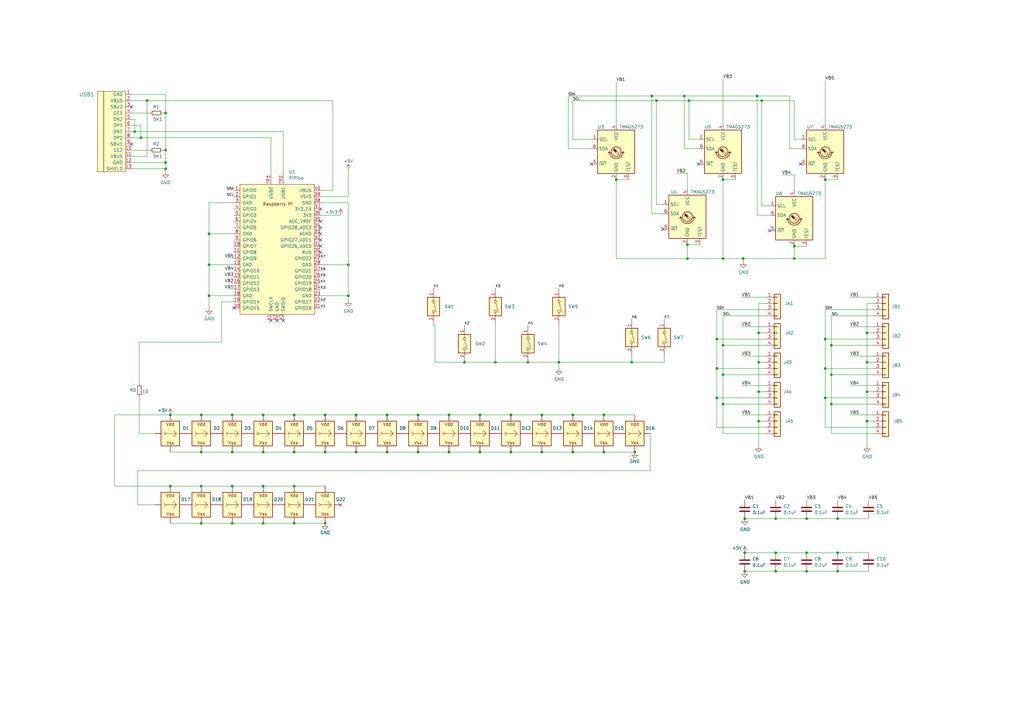
<source format=kicad_sch>
(kicad_sch (version 20231120) (generator "eeschema") (generator_version "8.0")
  (paper "A3")
  (lib_symbols
    (symbol "Connector_Generic:Conn_01x04" (pin_names (offset 1.016) hide)
      (property "Reference" "J" (at 0 5.08 0))
      (property "Value" "Conn_01x04" (at 0 -7.62 0))
      (symbol "Conn_01x04_1_1"
        (rectangle (start -1.27 -4.953) (end 0 -5.207) (stroke (width 0.1524)))
        (rectangle (start -1.27 -2.413) (end 0 -2.667) (stroke (width 0.1524)))
        (rectangle (start -1.27 0.127) (end 0 -0.127) (stroke (width 0.1524)))
        (rectangle (start -1.27 2.667) (end 0 2.413) (stroke (width 0.1524)))
        (rectangle (start -1.27 3.81) (end 1.27 -6.35) (stroke (width 0.254)) (fill (type background)))
        (pin passive line (at -5.08 2.54 0) (length 3.81) (name "Pin_1") (number "1"))
        (pin passive line (at -5.08 0 0) (length 3.81) (name "Pin_2") (number "2"))
        (pin passive line (at -5.08 -2.54 0) (length 3.81) (name "Pin_3") (number "3"))
        (pin passive line (at -5.08 -5.08 0) (length 3.81) (name "Pin_4") (number "4"))
      )
    )
    (symbol "Device:C" (pin_numbers hide) (pin_names (offset 0.254))
      (property "Reference" "C" (at 0.635 2.54 0))
      (property "Value" "C" (at 0.635 -2.54 0))
      (symbol "C_0_1"
        (polyline (pts (xy -2.032 -0.762) (xy 2.032 -0.762)) (stroke (width 0.508)))
        (polyline (pts (xy -2.032 0.762) (xy 2.032 0.762)) (stroke (width 0.508)))
      )
      (symbol "C_1_1"
        (pin passive line (at 0 3.81 270) (length 2.794) (name "~") (number "1"))
        (pin passive line (at 0 -3.81 90) (length 2.794) (name "~") (number "2"))
      )
    )
    (symbol "Device:R_Small" (pin_numbers hide) (pin_names (offset 0.254) hide)
      (property "Reference" "R" (at 0.762 0.508 0))
      (property "Value" "R_Small" (at 0.762 -1.016 0))
      (symbol "R_Small_0_1"
        (rectangle (start -0.762 1.778) (end 0.762 -1.778) (stroke (width 0.2032)))
      )
      (symbol "R_Small_1_1"
        (pin passive line (at 0 2.54 270) (length 0.762) (name "~") (number "1"))
        (pin passive line (at 0 -2.54 90) (length 0.762) (name "~") (number "2"))
      )
    )
    (symbol "Switch:SW_DIP_x01" (pin_names (offset 0) hide)
      (property "Reference" "SW" (at 0 3.81 0))
      (property "Value" "SW_DIP_x01" (at 0 -3.81 0))
      (symbol "SW_DIP_x01_0_0"
        (circle (center -2.032 0) (radius 0.508))
        (polyline (pts (xy -1.524 0.127) (xy 2.3622 1.1684)))
        (circle (center 2.032 0) (radius 0.508))
      )
      (symbol "SW_DIP_x01_0_1"
        (rectangle (start -3.81 2.54) (end 3.81 -2.54) (stroke (width 0.254)) (fill (type background)))
      )
      (symbol "SW_DIP_x01_1_1"
        (pin passive line (at -7.62 0 0) (length 5.08) (name "~") (number "1"))
        (pin passive line (at 7.62 0 180) (length 5.08) (name "~") (number "2"))
      )
    )
    (symbol "Type-C:HRO-TYPE-C-31-M-12" (pin_names (offset 1.016))
      (property "Reference" "USB" (at -5.08 16.51 0))
      (property "Value" "HRO-TYPE-C-31-M-12" (at -10.16 -1.27 90))
      (symbol "HRO-TYPE-C-31-M-12_0_1"
        (rectangle (start -11.43 15.24) (end -8.89 -17.78) (fill (type background)))
        (rectangle (start 0 -17.78) (end -8.89 15.24) (fill (type background)))
      )
      (symbol "HRO-TYPE-C-31-M-12_1_1"
        (pin input line (at 2.54 13.97 180) (length 2.54) (name "GND") (number "1"))
        (pin input line (at 2.54 -8.89 180) (length 2.54) (name "CC2") (number "10"))
        (pin input line (at 2.54 -11.43 180) (length 2.54) (name "VBUS") (number "11"))
        (pin input line (at 2.54 -13.97 180) (length 2.54) (name "GND") (number "12"))
        (pin input line (at 2.54 -16.51 180) (length 2.54) (name "SHIELD") (number "13"))
        (pin input line (at 2.54 11.43 180) (length 2.54) (name "VBUS") (number "2"))
        (pin input line (at 2.54 8.89 180) (length 2.54) (name "SBU2") (number "3"))
        (pin input line (at 2.54 6.35 180) (length 2.54) (name "CC1") (number "4"))
        (pin input line (at 2.54 3.81 180) (length 2.54) (name "DN2") (number "5"))
        (pin input line (at 2.54 1.27 180) (length 2.54) (name "DP1") (number "6"))
        (pin input line (at 2.54 -1.27 180) (length 2.54) (name "DN1") (number "7"))
        (pin input line (at 2.54 -3.81 180) (length 2.54) (name "DP2") (number "8"))
        (pin input line (at 2.54 -6.35 180) (length 2.54) (name "SBU1") (number "9"))
      )
    )
    (symbol "musec_pico:PiPico" (pin_names (offset 1.016))
      (property "Reference" "U" (at -13.97 27.94 0))
      (property "Value" "PiPico" (at 0.254 16.002 0))
      (symbol "PiPico_0_0"
        (text "Raspberry Pi" (at 0.254 18.542 0) (effects (font (size 1.27 1.27))))
      )
      (symbol "PiPico_0_1"
        (rectangle (start -15.24 26.67) (end 15.24 -26.67) (fill (type background)))
      )
      (symbol "PiPico_1_1"
        (pin bidirectional line (at -17.78 24.13 0) (length 2.54) (name "GPIO0") (number "1"))
        (pin bidirectional line (at -17.78 1.27 0) (length 2.54) (name "GPIO7") (number "10"))
        (pin bidirectional line (at -17.78 -1.27 0) (length 2.54) (name "GPIO8") (number "11"))
        (pin bidirectional line (at -17.78 -3.81 0) (length 2.54) (name "GPIO9") (number "12"))
        (pin power_in line (at -17.78 -6.35 0) (length 2.54) (name "GND") (number "13"))
        (pin bidirectional line (at -17.78 -8.89 0) (length 2.54) (name "GPIO10") (number "14"))
        (pin bidirectional line (at -17.78 -11.43 0) (length 2.54) (name "GPIO11") (number "15"))
        (pin bidirectional line (at -17.78 -13.97 0) (length 2.54) (name "GPIO12") (number "16"))
        (pin bidirectional line (at -17.78 -16.51 0) (length 2.54) (name "GPIO13") (number "17"))
        (pin power_in line (at -17.78 -19.05 0) (length 2.54) (name "GND") (number "18"))
        (pin bidirectional line (at -17.78 -21.59 0) (length 2.54) (name "GPIO14") (number "19"))
        (pin bidirectional line (at -17.78 21.59 0) (length 2.54) (name "GPIO1") (number "2"))
        (pin bidirectional line (at -17.78 -24.13 0) (length 2.54) (name "GPIO15") (number "20"))
        (pin bidirectional line (at 17.78 -24.13 180) (length 2.54) (name "GPIO16") (number "21"))
        (pin bidirectional line (at 17.78 -21.59 180) (length 2.54) (name "GPIO17") (number "22"))
        (pin power_in line (at 17.78 -19.05 180) (length 2.54) (name "GND") (number "23"))
        (pin bidirectional line (at 17.78 -16.51 180) (length 2.54) (name "GPIO18") (number "24"))
        (pin bidirectional line (at 17.78 -13.97 180) (length 2.54) (name "GPIO19") (number "25"))
        (pin bidirectional line (at 17.78 -11.43 180) (length 2.54) (name "GPIO20") (number "26"))
        (pin bidirectional line (at 17.78 -8.89 180) (length 2.54) (name "GPIO21") (number "27"))
        (pin power_in line (at 17.78 -6.35 180) (length 2.54) (name "GND") (number "28"))
        (pin bidirectional line (at 17.78 -3.81 180) (length 2.54) (name "GPIO22") (number "29"))
        (pin power_in line (at -17.78 19.05 0) (length 2.54) (name "GND") (number "3"))
        (pin input line (at 17.78 -1.27 180) (length 2.54) (name "RUN") (number "30"))
        (pin bidirectional line (at 17.78 1.27 180) (length 2.54) (name "GPIO26_ADC0") (number "31"))
        (pin bidirectional line (at 17.78 3.81 180) (length 2.54) (name "GPIO27_ADC1") (number "32"))
        (pin power_in line (at 17.78 6.35 180) (length 2.54) (name "AGND") (number "33"))
        (pin bidirectional line (at 17.78 8.89 180) (length 2.54) (name "GPIO28_ADC2") (number "34"))
        (pin unspecified line (at 17.78 11.43 180) (length 2.54) (name "ADC_VREF") (number "35"))
        (pin unspecified line (at 17.78 13.97 180) (length 2.54) (name "3V3") (number "36"))
        (pin input line (at 17.78 16.51 180) (length 2.54) (name "3V3_EN") (number "37"))
        (pin bidirectional line (at 17.78 19.05 180) (length 2.54) (name "GND") (number "38"))
        (pin unspecified line (at 17.78 21.59 180) (length 2.54) (name "VSYS") (number "39"))
        (pin bidirectional line (at -17.78 16.51 0) (length 2.54) (name "GPIO2") (number "4"))
        (pin unspecified line (at 17.78 24.13 180) (length 2.54) (name "VBUS") (number "40"))
        (pin input line (at -2.54 -29.21 90) (length 2.54) (name "SWCLK") (number "41"))
        (pin power_in line (at 0 -29.21 90) (length 2.54) (name "GND") (number "42"))
        (pin bidirectional line (at 2.54 -29.21 90) (length 2.54) (name "SWDIO") (number "43"))
        (pin bidirectional line (at -17.78 13.97 0) (length 2.54) (name "GPIO3") (number "5"))
        (pin bidirectional line (at -17.78 11.43 0) (length 2.54) (name "GPIO4") (number "6"))
        (pin bidirectional line (at -17.78 8.89 0) (length 2.54) (name "GPIO5") (number "7"))
        (pin power_in line (at -17.78 6.35 0) (length 2.54) (name "GND") (number "8"))
        (pin bidirectional line (at -17.78 3.81 0) (length 2.54) (name "GPIO6") (number "9"))
        (pin bidirectional line (at 2.54 30.48 270) (length 3.81) (name "USB1") (number "TP2"))
        (pin bidirectional line (at -2.54 30.48 270) (length 3.81) (name "USB2") (number "TP3"))
      )
    )
    (symbol "musec_pico:TMAG5273"
      (property "Reference" "U" (at 8.128 11.43 0))
      (property "Value" "TMAG5273" (at -2.54 11.43 0))
      (symbol "TMAG5273_0_1"
        (rectangle (start -7.62 8.89) (end 7.62 -8.89) (stroke (width 0.254)) (fill (type background)))
        (arc (start -2.794 0) (mid 0 -2.7819) (end 2.794 0) (stroke (width 0.254)))
        (polyline (pts (xy -2.794 0) (xy -3.302 -0.508)) (stroke (width 0.254)))
        (polyline (pts (xy -2.794 0) (xy -2.286 -0.508)) (stroke (width 0.254)))
        (polyline (pts (xy 2.794 0) (xy 2.286 -0.508)) (stroke (width 0.254)))
        (polyline (pts (xy 2.794 0) (xy 3.302 -0.508)) (stroke (width 0.254)))
      )
      (symbol "TMAG5273_1_1"
        (polyline (pts (xy 0.254 0.254) (xy 1.27 -0.762) (xy 0.762 -1.27) (xy -0.254 -0.254)))
        (polyline (pts (xy -0.762 1.27) (xy 0.254 0.254) (xy -0.254 -0.254) (xy -1.27 0.762) (xy -1.016 1.016) (xy -0.762 1.27) (xy -0.635 1.143)) (fill (type outline)))
        (circle (center 0 0) (radius 2.032) (stroke (width 0.254)))
        (pin tri_state line (at -10.16 5.08 0) (length 2.54) (name "SCL") (number "1"))
        (pin power_in line (at 0 -11.43 90) (length 2.54) (name "GND") (number "2"))
        (pin passive line (at 5.08 -11.43 90) (length 2.54) (name "TEST") (number "3"))
        (pin power_in line (at 0 11.43 270) (length 2.54) (name "VCC") (number "4"))
        (pin tri_state line (at -10.16 -5.08 0) (length 2.54) (name "~{INT}") (number "5"))
        (pin tri_state line (at -10.16 1.27 0) (length 2.54) (name "SDA") (number "6"))
      )
    )
    (symbol "musec_pico:WS2812B_Unified" (pin_numbers hide) (pin_names (offset 0.254) hide)
      (property "Reference" "D10" (at 2.54 6.35 0))
      (symbol "WS2812B_Unified_0_0"
        (polyline (pts (xy -1.905 0) (xy 2.54 0) (xy 1.27 1.27)))
        (text "Vdd" (at 0 3.81 0) (effects (font (size 1.27 1.27))))
        (text "Vss" (at 0 -3.81 0) (effects (font (size 1.27 1.27))))
      )
      (symbol "WS2812B_Unified_0_1"
        (rectangle (start -3.81 5.08) (end 3.81 -5.08) (stroke (width 0.254)) (fill (type background)))
        (polyline (pts (xy 1.27 -1.27) (xy 2.54 0)))
        (polyline (pts (xy -2.54 0.635) (xy -1.905 0) (xy -2.54 -0.635)))
      )
      (symbol "WS2812B_Unified_1_1"
        (pin power_in line (at 0 -7.62 90) (length 2.54) (name "VSS") (number "G"))
        (pin input line (at -6.35 0 0) (length 2.54) (name "In") (number "I"))
        (pin output line (at 6.35 0 180) (length 2.54) (name "Out") (number "O"))
        (pin power_in line (at 0 7.62 270) (length 2.54) (name "VDD") (number "V"))
      )
    )
    (symbol "power:+3V3" (power) (pin_names (offset 0))
      (property "Value" "+3V3" (at 0 3.556 0))
      (symbol "+3V3_0_1"
        (polyline (pts (xy -0.762 1.27) (xy 0 2.54)))
        (polyline (pts (xy 0 0) (xy 0 2.54)))
        (polyline (pts (xy 0 2.54) (xy 0.762 1.27)))
      )
      (symbol "+3V3_1_1"
        (pin power_in line (at 0 0 90) (length 0) hide (name "+3V3") (number "1"))
      )
    )
    (symbol "power:+5V" (power) (pin_names (offset 0))
      (property "Value" "+5V" (at 0 3.556 0))
      (symbol "+5V_0_1"
        (polyline (pts (xy -0.762 1.27) (xy 0 2.54)))
        (polyline (pts (xy 0 0) (xy 0 2.54)))
        (polyline (pts (xy 0 2.54) (xy 0.762 1.27)))
      )
      (symbol "+5V_1_1"
        (pin power_in line (at 0 0 90) (length 0) hide (name "+5V") (number "1"))
      )
    )
    (symbol "power:GND" (power) (pin_names (offset 0))
      (property "Value" "GND" (at 0 -3.81 0))
      (symbol "GND_0_1"
        (polyline (pts (xy 0 0) (xy 0 -1.27) (xy 1.27 -1.27) (xy 0 -2.54) (xy -1.27 -1.27) (xy 0 -1.27)))
      )
      (symbol "GND_1_1"
        (pin power_in line (at 0 0 270) (length 0) hide (name "GND") (number "1"))
      )
    )
  )
  (junction (at 343.535 234.315))
  (junction (at 318.135 234.315))
  (junction (at 120.65 185.42))
  (junction (at 338.455 73.66))
  (junction (at 355.6 136.525))
  (junction (at 158.75 170.18))
  (junction (at 57.785 56.515))
  (junction (at 107.95 185.42))
  (junction (at 304.8 106.045))
  (junction (at 85.725 108.585))
  (junction (at 247.65 170.18))
  (junction (at 305.435 226.695))
  (junction (at 269.24 41.275))
  (junction (at 260.35 185.42))
  (junction (at 296.545 141.605))
  (junction (at 107.95 199.39))
  (junction (at 296.545 153.67))
  (junction (at 196.85 185.42))
  (junction (at 330.835 226.695))
  (junction (at 171.45 170.18))
  (junction (at 95.25 214.63))
  (junction (at 85.725 121.285))
  (junction (at 82.55 199.39))
  (junction (at 146.05 170.18))
  (junction (at 133.35 185.42))
  (junction (at 69.85 199.39))
  (junction (at 311.15 148.59))
  (junction (at 311.15 172.72))
  (junction (at 120.65 170.18))
  (junction (at 146.05 185.42))
  (junction (at 338.455 139.065))
  (junction (at 355.6 172.72))
  (junction (at 318.135 212.725))
  (junction (at 282.575 41.275))
  (junction (at 355.6 148.59))
  (junction (at 196.85 170.18))
  (junction (at 234.95 185.42))
  (junction (at 311.15 136.525))
  (junction (at 340.995 165.735))
  (junction (at 252.73 73.66))
  (junction (at 60.325 41.275))
  (junction (at 107.95 214.63))
  (junction (at 95.25 185.42))
  (junction (at 305.435 212.725))
  (junction (at 312.42 41.275))
  (junction (at 120.65 199.39))
  (junction (at 259.08 148.59))
  (junction (at 85.725 95.885))
  (junction (at 67.945 66.675))
  (junction (at 95.25 199.39))
  (junction (at 229.235 148.59))
  (junction (at 294.005 163.195))
  (junction (at 190.5 148.59))
  (junction (at 338.455 163.195))
  (junction (at 343.535 226.695))
  (junction (at 311.15 160.655))
  (junction (at 133.35 170.18))
  (junction (at 67.945 69.215))
  (junction (at 305.435 234.315))
  (junction (at 296.545 106.045))
  (junction (at 247.65 185.42))
  (junction (at 338.455 151.13))
  (junction (at 343.535 212.725))
  (junction (at 184.15 185.42))
  (junction (at 267.335 39.37))
  (junction (at 171.45 185.42))
  (junction (at 280.67 39.37))
  (junction (at 281.94 100.33))
  (junction (at 325.755 100.965))
  (junction (at 67.945 61.595))
  (junction (at 330.835 234.315))
  (junction (at 318.135 226.695))
  (junction (at 67.945 46.355))
  (junction (at 294.005 151.13))
  (junction (at 310.515 39.37))
  (junction (at 340.995 153.67))
  (junction (at 82.55 214.63))
  (junction (at 82.55 170.18))
  (junction (at 133.35 214.63))
  (junction (at 234.95 170.18))
  (junction (at 222.25 185.42))
  (junction (at 209.55 170.18))
  (junction (at 107.95 170.18))
  (junction (at 296.545 73.66))
  (junction (at 340.995 141.605))
  (junction (at 325.755 106.045))
  (junction (at 209.55 185.42))
  (junction (at 95.25 170.18))
  (junction (at 222.25 170.18))
  (junction (at 69.85 170.18))
  (junction (at 142.875 108.585))
  (junction (at 355.6 160.655))
  (junction (at 296.545 165.735))
  (junction (at 82.55 185.42))
  (junction (at 158.75 185.42))
  (junction (at 294.005 139.065))
  (junction (at 55.245 53.975))
  (junction (at 120.65 214.63))
  (junction (at 216.535 148.59))
  (junction (at 330.835 212.725))
  (junction (at 142.875 121.285))
  (junction (at 203.2 148.59))
  (junction (at 281.94 106.045))
  (junction (at 184.15 170.18))
  (no_connect (at 113.665 131.445))
  (no_connect (at 53.975 43.815))
  (no_connect (at 53.975 59.055))
  (no_connect (at 131.445 103.505))
  (no_connect (at 131.445 85.725))
  (no_connect (at 111.125 131.445))
  (no_connect (at 131.445 93.345))
  (no_connect (at 95.885 126.365))
  (no_connect (at 286.385 67.31))
  (no_connect (at 271.78 93.98))
  (no_connect (at 242.57 67.31))
  (no_connect (at 131.445 95.885))
  (no_connect (at 328.295 67.31))
  (no_connect (at 131.445 98.425))
  (no_connect (at 131.445 100.965))
  (no_connect (at 116.205 131.445))
  (no_connect (at 315.595 94.615))
  (no_connect (at 139.7 207.01))
  (no_connect (at 131.445 90.805))
  (wire (pts (xy 90.805 123.825) (xy 90.805 140.335)))
  (wire (pts (xy 325.755 100.965) (xy 330.835 100.965)))
  (wire (pts (xy 67.945 38.735) (xy 67.945 46.355)))
  (wire (pts (xy 267.335 39.37) (xy 267.335 87.63)))
  (wire (pts (xy 325.755 100.965) (xy 325.755 106.045)))
  (wire (pts (xy 304.165 146.05) (xy 313.69 146.05)))
  (wire (pts (xy 330.835 226.695) (xy 343.535 226.695)))
  (wire (pts (xy 131.445 88.265) (xy 139.7 88.265)))
  (wire (pts (xy 85.725 83.185) (xy 85.725 95.885)))
  (wire (pts (xy 338.455 163.195) (xy 358.14 163.195)))
  (wire (pts (xy 348.615 121.92) (xy 358.14 121.92)))
  (wire (pts (xy 190.5 148.59) (xy 203.2 148.59)))
  (wire (pts (xy 171.45 185.42) (xy 184.15 185.42)))
  (wire (pts (xy 355.6 172.72) (xy 358.14 172.72)))
  (wire (pts (xy 355.6 160.655) (xy 355.6 172.72)))
  (wire (pts (xy 95.25 199.39) (xy 107.95 199.39)))
  (wire (pts (xy 355.6 136.525) (xy 355.6 148.59)))
  (wire (pts (xy 222.25 185.42) (xy 234.95 185.42)))
  (wire (pts (xy 120.65 214.63) (xy 133.35 214.63)))
  (wire (pts (xy 131.445 121.285) (xy 142.875 121.285)))
  (wire (pts (xy 272.415 148.59) (xy 272.415 146.05)))
  (wire (pts (xy 53.975 53.975) (xy 55.245 53.975)))
  (wire (pts (xy 311.15 160.655) (xy 311.15 172.72)))
  (wire (pts (xy 247.65 170.18) (xy 260.35 170.18)))
  (wire (pts (xy 60.325 64.135) (xy 60.325 41.275)))
  (wire (pts (xy 46.99 199.39) (xy 69.85 199.39)))
  (wire (pts (xy 133.35 170.18) (xy 146.05 170.18)))
  (wire (pts (xy 142.875 83.185) (xy 142.875 108.585)))
  (wire (pts (xy 296.545 153.67) (xy 296.545 165.735)))
  (wire (pts (xy 85.725 95.885) (xy 95.885 95.885)))
  (wire (pts (xy 311.15 148.59) (xy 313.69 148.59)))
  (wire (pts (xy 259.08 146.05) (xy 259.08 148.59)))
  (wire (pts (xy 305.435 234.315) (xy 318.135 234.315)))
  (wire (pts (xy 296.545 165.735) (xy 296.545 177.8)))
  (wire (pts (xy 95.25 185.42) (xy 107.95 185.42)))
  (wire (pts (xy 281.94 106.045) (xy 296.545 106.045)))
  (wire (pts (xy 196.85 185.42) (xy 209.55 185.42)))
  (wire (pts (xy 242.57 57.15) (xy 234.95 57.15)))
  (wire (pts (xy 259.08 148.59) (xy 272.415 148.59)))
  (wire (pts (xy 294.005 151.13) (xy 294.005 163.195)))
  (wire (pts (xy 131.445 78.105) (xy 136.525 78.105)))
  (wire (pts (xy 348.615 146.05) (xy 358.14 146.05)))
  (wire (pts (xy 234.95 170.18) (xy 247.65 170.18)))
  (wire (pts (xy 56.515 193.04) (xy 56.515 207.01)))
  (wire (pts (xy 338.455 127) (xy 338.455 139.065)))
  (wire (pts (xy 323.85 60.96) (xy 328.295 60.96)))
  (wire (pts (xy 111.125 56.515) (xy 57.785 56.515)))
  (wire (pts (xy 338.455 151.13) (xy 338.455 163.195)))
  (wire (pts (xy 294.005 151.13) (xy 313.69 151.13)))
  (wire (pts (xy 85.725 121.285) (xy 95.885 121.285)))
  (wire (pts (xy 348.615 133.985) (xy 358.14 133.985)))
  (wire (pts (xy 325.755 78.105) (xy 325.755 71.755)))
  (wire (pts (xy 313.69 127) (xy 294.005 127)))
  (wire (pts (xy 358.14 129.54) (xy 340.995 129.54)))
  (wire (pts (xy 234.95 185.42) (xy 247.65 185.42)))
  (wire (pts (xy 277.495 71.12) (xy 281.94 71.12)))
  (wire (pts (xy 294.005 163.195) (xy 294.005 175.26)))
  (wire (pts (xy 338.455 175.26) (xy 358.14 175.26)))
  (wire (pts (xy 85.725 95.885) (xy 85.725 108.585)))
  (wire (pts (xy 304.8 106.045) (xy 325.755 106.045)))
  (wire (pts (xy 142.875 121.285) (xy 142.875 123.19)))
  (wire (pts (xy 340.995 165.735) (xy 340.995 177.8)))
  (wire (pts (xy 133.35 185.42) (xy 146.05 185.42)))
  (wire (pts (xy 311.15 124.46) (xy 311.15 136.525)))
  (wire (pts (xy 120.65 170.18) (xy 133.35 170.18)))
  (wire (pts (xy 233.045 39.37) (xy 267.335 39.37)))
  (wire (pts (xy 340.995 129.54) (xy 340.995 141.605)))
  (wire (pts (xy 296.545 177.8) (xy 313.69 177.8)))
  (wire (pts (xy 252.73 73.66) (xy 257.81 73.66)))
  (wire (pts (xy 116.205 71.755) (xy 116.205 53.975)))
  (wire (pts (xy 229.235 151.13) (xy 229.235 148.59)))
  (wire (pts (xy 343.535 234.315) (xy 356.235 234.315)))
  (wire (pts (xy 233.045 60.96) (xy 233.045 39.37)))
  (wire (pts (xy 55.245 48.895) (xy 55.245 53.975)))
  (wire (pts (xy 269.24 41.275) (xy 282.575 41.275)))
  (wire (pts (xy 280.67 60.96) (xy 280.67 39.37)))
  (wire (pts (xy 310.515 39.37) (xy 323.85 39.37)))
  (wire (pts (xy 116.205 53.975) (xy 55.245 53.975)))
  (wire (pts (xy 282.575 57.15) (xy 286.385 57.15)))
  (wire (pts (xy 313.69 129.54) (xy 296.545 129.54)))
  (wire (pts (xy 330.835 212.725) (xy 343.535 212.725)))
  (wire (pts (xy 69.85 214.63) (xy 82.55 214.63)))
  (wire (pts (xy 355.6 172.72) (xy 355.6 182.88)))
  (wire (pts (xy 46.99 170.18) (xy 69.85 170.18)))
  (wire (pts (xy 252.73 73.66) (xy 252.73 106.045)))
  (wire (pts (xy 203.2 133.35) (xy 203.2 148.59)))
  (wire (pts (xy 343.535 226.695) (xy 356.235 226.695)))
  (wire (pts (xy 209.55 170.18) (xy 222.25 170.18)))
  (wire (pts (xy 294.005 175.26) (xy 313.69 175.26)))
  (wire (pts (xy 46.99 170.18) (xy 46.99 199.39)))
  (wire (pts (xy 318.135 226.695) (xy 330.835 226.695)))
  (wire (pts (xy 358.14 127) (xy 338.455 127)))
  (wire (pts (xy 296.545 106.045) (xy 304.8 106.045)))
  (wire (pts (xy 320.675 71.755) (xy 325.755 71.755)))
  (wire (pts (xy 53.975 66.675) (xy 67.945 66.675)))
  (wire (pts (xy 57.785 51.435) (xy 57.785 56.515)))
  (wire (pts (xy 229.235 148.59) (xy 259.08 148.59)))
  (wire (pts (xy 281.94 100.33) (xy 287.02 100.33)))
  (wire (pts (xy 340.995 153.67) (xy 358.14 153.67)))
  (wire (pts (xy 338.455 139.065) (xy 338.455 151.13)))
  (wire (pts (xy 177.8 133.35) (xy 178.435 133.35)))
  (wire (pts (xy 267.335 39.37) (xy 280.67 39.37)))
  (wire (pts (xy 340.995 141.605) (xy 340.995 153.67)))
  (wire (pts (xy 355.6 124.46) (xy 355.6 136.525)))
  (wire (pts (xy 111.125 71.755) (xy 111.125 56.515)))
  (wire (pts (xy 305.435 226.695) (xy 318.135 226.695)))
  (wire (pts (xy 311.15 160.655) (xy 313.69 160.655)))
  (wire (pts (xy 229.235 133.35) (xy 229.235 148.59)))
  (wire (pts (xy 267.335 87.63) (xy 271.78 87.63)))
  (wire (pts (xy 82.55 170.18) (xy 95.25 170.18)))
  (wire (pts (xy 340.995 165.735) (xy 358.14 165.735)))
  (wire (pts (xy 355.6 148.59) (xy 358.14 148.59)))
  (wire (pts (xy 82.55 199.39) (xy 95.25 199.39)))
  (wire (pts (xy 120.65 185.42) (xy 133.35 185.42)))
  (wire (pts (xy 305.435 212.725) (xy 318.135 212.725)))
  (wire (pts (xy 171.45 170.18) (xy 184.15 170.18)))
  (wire (pts (xy 338.455 163.195) (xy 338.455 175.26)))
  (wire (pts (xy 53.975 64.135) (xy 60.325 64.135)))
  (wire (pts (xy 355.6 136.525) (xy 358.14 136.525)))
  (wire (pts (xy 311.15 148.59) (xy 311.15 160.655)))
  (wire (pts (xy 266.7 193.04) (xy 56.515 193.04)))
  (wire (pts (xy 60.325 41.275) (xy 136.525 41.275)))
  (wire (pts (xy 304.8 106.045) (xy 304.8 107.315)))
  (wire (pts (xy 313.69 124.46) (xy 311.15 124.46)))
  (wire (pts (xy 53.975 56.515) (xy 57.785 56.515)))
  (wire (pts (xy 95.25 170.18) (xy 107.95 170.18)))
  (wire (pts (xy 296.545 141.605) (xy 296.545 153.67)))
  (wire (pts (xy 338.455 106.045) (xy 338.455 73.66)))
  (wire (pts (xy 53.975 61.595) (xy 61.595 61.595)))
  (wire (pts (xy 348.615 158.115) (xy 358.14 158.115)))
  (wire (pts (xy 296.545 73.66) (xy 301.625 73.66)))
  (wire (pts (xy 107.95 214.63) (xy 120.65 214.63)))
  (wire (pts (xy 107.95 185.42) (xy 120.65 185.42)))
  (wire (pts (xy 311.15 172.72) (xy 313.69 172.72)))
  (wire (pts (xy 252.73 33.655) (xy 252.73 50.8)))
  (wire (pts (xy 85.725 108.585) (xy 85.725 121.285)))
  (wire (pts (xy 57.15 140.335) (xy 57.15 157.48)))
  (wire (pts (xy 318.135 212.725) (xy 330.835 212.725)))
  (wire (pts (xy 53.975 46.355) (xy 61.595 46.355)))
  (wire (pts (xy 120.65 199.39) (xy 133.35 199.39)))
  (wire (pts (xy 296.545 153.67) (xy 313.69 153.67)))
  (wire (pts (xy 107.95 170.18) (xy 120.65 170.18)))
  (wire (pts (xy 57.15 162.56) (xy 57.15 177.8)))
  (wire (pts (xy 67.945 69.215) (xy 67.945 70.485)))
  (wire (pts (xy 247.65 185.42) (xy 260.35 185.42)))
  (wire (pts (xy 67.945 61.595) (xy 66.675 61.595)))
  (wire (pts (xy 304.165 158.115) (xy 313.69 158.115)))
  (wire (pts (xy 294.005 139.065) (xy 294.005 151.13)))
  (wire (pts (xy 53.975 38.735) (xy 67.945 38.735)))
  (wire (pts (xy 53.975 41.275) (xy 60.325 41.275)))
  (wire (pts (xy 82.55 214.63) (xy 95.25 214.63)))
  (wire (pts (xy 311.15 172.72) (xy 311.15 182.88)))
  (wire (pts (xy 311.15 136.525) (xy 311.15 148.59)))
  (wire (pts (xy 131.445 83.185) (xy 142.875 83.185)))
  (wire (pts (xy 242.57 60.96) (xy 233.045 60.96)))
  (wire (pts (xy 184.15 185.42) (xy 196.85 185.42)))
  (wire (pts (xy 315.595 84.455) (xy 312.42 84.455)))
  (wire (pts (xy 358.14 124.46) (xy 355.6 124.46)))
  (wire (pts (xy 304.165 121.92) (xy 313.69 121.92)))
  (wire (pts (xy 158.75 170.18) (xy 171.45 170.18)))
  (wire (pts (xy 325.755 41.275) (xy 325.755 57.15)))
  (wire (pts (xy 95.885 83.185) (xy 85.725 83.185)))
  (wire (pts (xy 338.455 73.66) (xy 343.535 73.66)))
  (wire (pts (xy 296.545 141.605) (xy 313.69 141.605)))
  (wire (pts (xy 142.875 108.585) (xy 142.875 121.285)))
  (wire (pts (xy 312.42 41.275) (xy 325.755 41.275)))
  (wire (pts (xy 338.455 139.065) (xy 358.14 139.065)))
  (wire (pts (xy 338.455 151.13) (xy 358.14 151.13)))
  (wire (pts (xy 340.995 177.8) (xy 358.14 177.8)))
  (wire (pts (xy 311.15 136.525) (xy 313.69 136.525)))
  (wire (pts (xy 280.67 39.37) (xy 310.515 39.37)))
  (wire (pts (xy 142.875 80.645) (xy 142.875 69.85)))
  (wire (pts (xy 146.05 185.42) (xy 158.75 185.42)))
  (wire (pts (xy 158.75 185.42) (xy 171.45 185.42)))
  (wire (pts (xy 281.94 100.33) (xy 281.94 106.045)))
  (wire (pts (xy 340.995 141.605) (xy 358.14 141.605)))
  (wire (pts (xy 216.535 148.59) (xy 229.235 148.59)))
  (wire (pts (xy 90.805 140.335) (xy 57.15 140.335)))
  (wire (pts (xy 131.445 108.585) (xy 142.875 108.585)))
  (wire (pts (xy 340.995 153.67) (xy 340.995 165.735)))
  (wire (pts (xy 310.515 88.265) (xy 310.515 39.37)))
  (wire (pts (xy 271.78 83.82) (xy 269.24 83.82)))
  (wire (pts (xy 67.945 46.355) (xy 67.945 61.595)))
  (wire (pts (xy 85.725 108.585) (xy 95.885 108.585)))
  (wire (pts (xy 318.135 234.315) (xy 330.835 234.315)))
  (wire (pts (xy 286.385 60.96) (xy 280.67 60.96)))
  (wire (pts (xy 281.94 77.47) (xy 281.94 71.12)))
  (wire (pts (xy 82.55 185.42) (xy 95.25 185.42)))
  (wire (pts (xy 196.85 170.18) (xy 209.55 170.18)))
  (wire (pts (xy 304.165 133.985) (xy 313.69 133.985)))
  (wire (pts (xy 67.945 66.675) (xy 67.945 69.215)))
  (wire (pts (xy 343.535 212.725) (xy 356.235 212.725)))
  (wire (pts (xy 266.7 177.8) (xy 266.7 193.04)))
  (wire (pts (xy 234.95 41.275) (xy 269.24 41.275)))
  (wire (pts (xy 178.435 133.35) (xy 178.435 148.59)))
  (wire (pts (xy 323.85 39.37) (xy 323.85 60.96)))
  (wire (pts (xy 330.835 234.315) (xy 343.535 234.315)))
  (wire (pts (xy 355.6 148.59) (xy 355.6 160.655)))
  (wire (pts (xy 95.885 123.825) (xy 90.805 123.825)))
  (wire (pts (xy 69.85 199.39) (xy 82.55 199.39)))
  (wire (pts (xy 209.55 185.42) (xy 222.25 185.42)))
  (wire (pts (xy 178.435 148.59) (xy 190.5 148.59)))
  (wire (pts (xy 296.545 73.66) (xy 296.545 106.045)))
  (wire (pts (xy 294.005 139.065) (xy 313.69 139.065)))
  (wire (pts (xy 146.05 170.18) (xy 158.75 170.18)))
  (wire (pts (xy 325.755 57.15) (xy 328.295 57.15)))
  (wire (pts (xy 184.15 170.18) (xy 196.85 170.18)))
  (wire (pts (xy 325.755 106.045) (xy 338.455 106.045)))
  (wire (pts (xy 296.545 165.735) (xy 313.69 165.735)))
  (wire (pts (xy 252.73 106.045) (xy 281.94 106.045)))
  (wire (pts (xy 53.975 69.215) (xy 67.945 69.215)))
  (wire (pts (xy 57.15 177.8) (xy 63.5 177.8)))
  (wire (pts (xy 348.615 170.18) (xy 358.14 170.18)))
  (wire (pts (xy 53.975 51.435) (xy 57.785 51.435)))
  (wire (pts (xy 67.945 61.595) (xy 67.945 66.675)))
  (wire (pts (xy 95.25 214.63) (xy 107.95 214.63)))
  (wire (pts (xy 296.545 32.385) (xy 296.545 50.8)))
  (wire (pts (xy 56.515 207.01) (xy 63.5 207.01)))
  (wire (pts (xy 294.005 163.195) (xy 313.69 163.195)))
  (wire (pts (xy 282.575 41.275) (xy 282.575 57.15)))
  (wire (pts (xy 222.25 170.18) (xy 234.95 170.18)))
  (wire (pts (xy 53.975 48.895) (xy 55.245 48.895)))
  (wire (pts (xy 296.545 129.54) (xy 296.545 141.605)))
  (wire (pts (xy 282.575 41.275) (xy 312.42 41.275)))
  (wire (pts (xy 315.595 88.265) (xy 310.515 88.265)))
  (wire (pts (xy 67.945 46.355) (xy 66.675 46.355)))
  (wire (pts (xy 69.85 185.42) (xy 82.55 185.42)))
  (wire (pts (xy 355.6 160.655) (xy 358.14 160.655)))
  (wire (pts (xy 269.24 83.82) (xy 269.24 41.275)))
  (wire (pts (xy 69.85 170.18) (xy 82.55 170.18)))
  (wire (pts (xy 312.42 41.275) (xy 312.42 84.455)))
  (wire (pts (xy 304.165 170.18) (xy 313.69 170.18)))
  (wire (pts (xy 294.005 127) (xy 294.005 139.065)))
  (wire (pts (xy 85.725 121.285) (xy 85.725 126.365)))
  (wire (pts (xy 338.455 33.02) (xy 338.455 50.8)))
  (wire (pts (xy 234.95 57.15) (xy 234.95 41.275)))
  (wire (pts (xy 131.445 80.645) (xy 142.875 80.645)))
  (wire (pts (xy 136.525 41.275) (xy 136.525 78.105)))
  (wire (pts (xy 107.95 199.39) (xy 120.65 199.39)))
  (wire (pts (xy 203.2 148.59) (xy 216.535 148.59)))
  (label "K7" (at 272.415 130.81 0) (effects (font (size 1 1))))
  (label "VB2" (at 95.885 116.205 180))
  (label "VB4" (at 95.885 111.125 180))
  (label "VB5" (at 304.165 170.18 0))
  (label "SCL" (at 234.95 41.275 0) (effects (font (size 1 1))))
  (label "K3" (at 203.2 118.11 0) (effects (font (size 1 1))))
  (label "VB5" (at 95.885 106.045 180))
  (label "VB4" (at 348.615 158.115 0))
  (label "K5" (at 229.235 118.11 0) (effects (font (size 1 1))))
  (label "VB3" (at 95.885 113.665 180))
  (label "VB2" (at 277.495 71.12 0))
  (label "VB2" (at 318.135 205.105 0))
  (label "SDA" (at 338.455 127 0) (effects (font (size 1 1))))
  (label "K1" (at 131.445 126.365 0) (effects (font (size 1 1))))
  (label "K5" (at 131.445 113.665 0) (effects (font (size 1 1))))
  (label "VB1" (at 252.73 33.655 0))
  (label "K4" (at 216.535 133.35 0) (effects (font (size 1 1))))
  (label "K4" (at 131.445 116.205 0) (effects (font (size 1 1))))
  (label "SDA" (at 95.885 78.105 180) (effects (font (size 1 1))))
  (label "VB1" (at 348.615 121.92 0))
  (label "VB3" (at 330.835 205.105 0))
  (label "K2" (at 131.445 123.825 0) (effects (font (size 1 1))))
  (label "K6" (at 259.08 130.81 0) (effects (font (size 1 1))))
  (label "K7" (at 131.445 106.045 0) (effects (font (size 1 1))))
  (label "VB1" (at 305.435 205.105 0))
  (label "K6" (at 131.445 111.125 0) (effects (font (size 1 1))))
  (label "VB5" (at 348.615 170.18 0))
  (label "VB3" (at 296.545 32.385 0))
  (label "SCL" (at 95.885 80.645 180) (effects (font (size 1 1))))
  (label "VB4" (at 304.165 158.115 0))
  (label "SCL" (at 340.995 129.54 0) (effects (font (size 1 1))))
  (label "K2" (at 190.5 133.35 0) (effects (font (size 1 1))))
  (label "VB2" (at 304.165 133.985 0))
  (label "VB3" (at 348.615 146.05 0))
  (label "VB2" (at 348.615 133.985 0))
  (label "VB1" (at 95.885 118.745 180))
  (label "K3" (at 131.445 118.745 0) (effects (font (size 1 1))))
  (label "SDA" (at 233.045 39.37 0) (effects (font (size 1 1))))
  (label "VB4" (at 320.675 71.755 0))
  (label "VB5" (at 338.455 33.02 0))
  (label "VB1" (at 304.165 121.92 0))
  (label "SCL" (at 296.545 129.54 0) (effects (font (size 1 1))))
  (label "K1" (at 177.8 118.11 0) (effects (font (size 1 1))))
  (label "VB5" (at 356.235 205.105 0))
  (label "VB4" (at 343.535 205.105 0))
  (label "VB3" (at 304.165 146.05 0))
  (label "SDA" (at 294.005 127 0) (effects (font (size 1 1))))
  (symbol (lib_id "Type-C:HRO-TYPE-C-31-M-12") (at 51.435 52.705 0) (unit 1)
    (property "Reference" "USB1" (at 32.385 38.735 0) (effects (font (size 1.524 1.524)) (justify left)))
    (property "Value" "U262-161N-4BVC11" (effects (hide yes)))
    (property "Footprint" "Type-C:HRO-TYPE-C-31-M-12-Assembly" (effects (hide yes)))
    (property "LCSC" "C319148" (effects (hide yes)))
  )
  (symbol (lib_id "power:GND") (at 67.945 70.485 0) (mirror y) (unit 1)
    (property "Reference" "#PWR0112" (effects (hide yes)))
    (property "Value" "GND" (at 67.818 74.8792 0))
  )
  (symbol (lib_id "Device:R_Small") (at 64.135 61.595 90) (unit 1)
    (property "Reference" "R2" (at 65.405 59.055 90) (effects (justify left)))
    (property "Value" "5K1" (at 66.675 64.135 90) (effects (justify left)))
    (property "Footprint" "Resistor_SMD:R_0603_1608Metric" (effects (hide yes)))
    (property "LCSC" "C23186" (effects (hide yes)))
  )
  (symbol (lib_id "Device:R_Small") (at 64.135 46.355 90) (unit 1)
    (property "Reference" "R1" (at 65.405 43.815 90) (effects (justify left)))
    (property "Value" "5K1" (at 66.675 48.895 90) (effects (justify left)))
    (property "Footprint" "Resistor_SMD:R_0603_1608Metric" (effects (hide yes)))
    (property "LCSC" "C23186" (effects (hide yes)))
  )
  (symbol (lib_id "Device:C") (at 330.835 230.505 0) (unit 1)
    (property "Reference" "C8" (at 334.01 229.2349 0) (effects (justify left)))
    (property "Value" "0.1uF" (at 334.01 231.7749 0) (effects (justify left)))
    (property "Footprint" "Capacitor_SMD:C_0603_1608Metric_Pad1.08x0.95mm_HandSolder" (effects (hide yes)))
  )
  (symbol (lib_id "Connector_Generic:Conn_01x04") (at 318.77 124.46 0) (unit 1)
    (property "Reference" "JA1" (at 321.945 124.4599 0) (effects (justify left)))
    (property "Value" "Conn_01x04" (effects (hide yes)))
    (property "Footprint" "musec_pico:SH1.0_4P_Solder_Combo" (effects (hide yes)))
    (property "Description" "Generic connector, single row, 01x04, script generated (kicad-library-utils/schlib/autogen/connector/)" (effects (hide yes)))
  )
  (symbol (lib_id "Device:C") (at 305.435 230.505 0) (unit 1)
    (property "Reference" "C6" (at 308.61 229.2349 0) (effects (justify left)))
    (property "Value" "0.1uF" (at 308.61 231.7749 0) (effects (justify left)))
    (property "Footprint" "Capacitor_SMD:C_0603_1608Metric_Pad1.08x0.95mm_HandSolder" (effects (hide yes)))
  )
  (symbol (lib_id "musec_pico:TMAG5273") (at 325.755 89.535 0) (unit 1)
    (property "Reference" "U6" (at 318.135 79.375 0) (effects (justify left)))
    (property "Value" "TMAG5273" (at 327.025 79.375 0) (effects (justify left)))
    (property "Footprint" "Package_TO_SOT_SMD:SOT-23-6" (effects (hide yes)))
    (property "Datasheet" "https://www.ti.com/lit/ds/symlink/tmag5170-q1.pdf" (effects (hide yes)))
    (property "Description" "Magnetic 3-axis linear sensor, 12-bit, I2C, SOT23-6" (effects (hide yes)))
  )
  (symbol (lib_id "Device:C") (at 343.535 208.915 0) (unit 1)
    (property "Reference" "C4" (at 346.71 207.6449 0) (effects (justify left)))
    (property "Value" "0.1uF" (at 346.71 210.1849 0) (effects (justify left)))
    (property "Footprint" "Capacitor_SMD:C_0603_1608Metric_Pad1.08x0.95mm_HandSolder" (effects (hide yes)))
  )
  (symbol (lib_id "Device:C") (at 330.835 208.915 0) (unit 1)
    (property "Reference" "C3" (at 334.01 207.6449 0) (effects (justify left)))
    (property "Value" "0.1uF" (at 334.01 210.1849 0) (effects (justify left)))
    (property "Footprint" "Capacitor_SMD:C_0603_1608Metric_Pad1.08x0.95mm_HandSolder" (effects (hide yes)))
  )
  (symbol (lib_id "Connector_Generic:Conn_01x04") (at 318.77 148.59 0) (unit 1)
    (property "Reference" "JA3" (at 321.31 148.5899 0) (effects (justify left)))
    (property "Value" "Conn_01x04" (effects (hide yes)))
    (property "Footprint" "musec_pico:SH1.0_4P_Solder_Combo" (effects (hide yes)))
    (property "Description" "Generic connector, single row, 01x04, script generated (kicad-library-utils/schlib/autogen/connector/)" (effects (hide yes)))
  )
  (symbol (lib_id "musec_pico:WS2812B_Unified") (at 171.45 177.8 0) (unit 1)
    (property "Reference" "D9" (at 177.8 175.641 0))
    (property "Value" "WS2812B_Unified" (effects (hide yes)))
    (property "Footprint" "musec_pico:WS2812B-2835" (effects (hide yes)))
  )
  (symbol (lib_id "musec_pico:WS2812B_Unified") (at 69.85 177.8 0) (unit 1)
    (property "Reference" "D1" (at 76.2 175.641 0))
    (property "Value" "WS2812B_Unified" (effects (hide yes)))
    (property "Footprint" "musec_pico:WS2812B-2835" (effects (hide yes)))
  )
  (symbol (lib_id "Connector_Generic:Conn_01x04") (at 318.77 160.655 0) (unit 1)
    (property "Reference" "JA4" (at 321.31 160.6549 0) (effects (justify left)))
    (property "Value" "Conn_01x04" (effects (hide yes)))
    (property "Footprint" "musec_pico:SH1.0_4P_Solder_Combo" (effects (hide yes)))
    (property "Description" "Generic connector, single row, 01x04, script generated (kicad-library-utils/schlib/autogen/connector/)" (effects (hide yes)))
  )
  (symbol (lib_id "Device:R_Small") (at 57.15 160.02 180) (unit 1)
    (property "Reference" "R3" (at 55.88 160.02 0) (effects (justify left)))
    (property "Value" "10" (at 60.96 160.655 0) (effects (justify left)))
    (property "Footprint" "Resistor_SMD:R_0603_1608Metric" (effects (hide yes)))
    (property "LCSC" "C23186" (effects (hide yes)))
  )
  (symbol (lib_id "power:GND") (at 85.725 126.365 0) (unit 1)
    (property "Reference" "#PWR0125" (effects (hide yes)))
    (property "Value" "GND" (at 85.852 130.7592 0))
  )
  (symbol (lib_id "power:GND") (at 142.875 123.19 0) (unit 1)
    (property "Reference" "#PWR0103" (effects (hide yes)))
    (property "Value" "GND" (at 143.002 127.5842 0))
  )
  (symbol (lib_id "musec_pico:WS2812B_Unified") (at 120.65 207.01 0) (unit 1)
    (property "Reference" "D21" (at 127 204.851 0))
    (property "Value" "WS2812B_Unified" (effects (hide yes)))
    (property "Footprint" "musec_pico:WS2812B-2835" (effects (hide yes)))
  )
  (symbol (lib_id "musec_pico:TMAG5273") (at 252.73 62.23 0) (unit 1)
    (property "Reference" "U3" (at 245.11 52.07 0) (effects (justify left)))
    (property "Value" "TMAG5273" (at 254 52.07 0) (effects (justify left)))
    (property "Footprint" "Package_TO_SOT_SMD:SOT-23-6" (effects (hide yes)))
    (property "Datasheet" "https://www.ti.com/lit/ds/symlink/tmag5170-q1.pdf" (effects (hide yes)))
    (property "Description" "Magnetic 3-axis linear sensor, 12-bit, I2C, SOT23-6" (effects (hide yes)))
  )
  (symbol (lib_id "musec_pico:WS2812B_Unified") (at 184.15 177.8 0) (unit 1)
    (property "Reference" "D10" (at 190.5 175.641 0))
    (property "Value" "WS2812B_Unified" (effects (hide yes)))
    (property "Footprint" "musec_pico:WS2812B-2835" (effects (hide yes)))
  )
  (symbol (lib_id "Switch:SW_DIP_x01") (at 272.415 138.43 270) (unit 1)
    (property "Reference" "SW7" (at 276.225 138.4299 90) (effects (justify left)))
    (property "Value" "SW_DIP_x01" (effects (hide yes)))
    (property "Footprint" "musec_pico:SW_Kailh_Choc_V1V2_1.00u_LED" (effects (hide yes)))
  )
  (symbol (lib_id "musec_pico:WS2812B_Unified") (at 222.25 177.8 0) (unit 1)
    (property "Reference" "D13" (at 228.6 175.641 0))
    (property "Value" "WS2812B_Unified" (effects (hide yes)))
    (property "Footprint" "musec_pico:WS2812B-2835" (effects (hide yes)))
  )
  (symbol (lib_id "Switch:SW_DIP_x01") (at 203.2 125.73 270) (unit 1)
    (property "Reference" "SW3" (at 207.01 125.7299 90) (effects (justify left)))
    (property "Value" "SW_DIP_x01" (effects (hide yes)))
    (property "Footprint" "musec_pico:SW_Kailh_Choc_V1V2_1.00u_LED" (effects (hide yes)))
  )
  (symbol (lib_id "Device:C") (at 343.535 230.505 0) (unit 1)
    (property "Reference" "C9" (at 346.71 229.2349 0) (effects (justify left)))
    (property "Value" "0.1uF" (at 346.71 231.7749 0) (effects (justify left)))
    (property "Footprint" "Capacitor_SMD:C_0603_1608Metric_Pad1.08x0.95mm_HandSolder" (effects (hide yes)))
  )
  (symbol (lib_id "musec_pico:WS2812B_Unified") (at 196.85 177.8 0) (unit 1)
    (property "Reference" "D11" (at 203.2 175.641 0))
    (property "Value" "WS2812B_Unified" (effects (hide yes)))
    (property "Footprint" "musec_pico:WS2812B-2835" (effects (hide yes)))
  )
  (symbol (lib_id "Connector_Generic:Conn_01x04") (at 363.22 172.72 0) (unit 1)
    (property "Reference" "JB5" (at 366.395 172.7199 0) (effects (justify left)))
    (property "Value" "Conn_01x04" (effects (hide yes)))
    (property "Footprint" "musec_pico:SH1.0_4P_Solder_Combo" (effects (hide yes)))
    (property "Description" "Generic connector, single row, 01x04, script generated (kicad-library-utils/schlib/autogen/connector/)" (effects (hide yes)))
  )
  (symbol (lib_id "musec_pico:WS2812B_Unified") (at 209.55 177.8 0) (unit 1)
    (property "Reference" "D12" (at 215.9 175.641 0))
    (property "Value" "WS2812B_Unified" (effects (hide yes)))
    (property "Footprint" "musec_pico:WS2812B-2835" (effects (hide yes)))
  )
  (symbol (lib_id "musec_pico:TMAG5273") (at 281.94 88.9 0) (unit 1)
    (property "Reference" "U4" (at 274.955 78.74 0) (effects (justify left)))
    (property "Value" "TMAG5273" (at 283.21 78.74 0) (effects (justify left)))
    (property "Footprint" "Package_TO_SOT_SMD:SOT-23-6" (effects (hide yes)))
    (property "Datasheet" "https://www.ti.com/lit/ds/symlink/tmag5170-q1.pdf" (effects (hide yes)))
    (property "Description" "Magnetic 3-axis linear sensor, 12-bit, I2C, SOT23-6" (effects (hide yes)))
  )
  (symbol (lib_id "Connector_Generic:Conn_01x04") (at 363.22 148.59 0) (unit 1)
    (property "Reference" "JB3" (at 365.76 149.8599 0) (effects (justify left)))
    (property "Value" "Conn_01x04" (effects (hide yes)))
    (property "Footprint" "musec_pico:SH1.0_4P_Solder_Combo" (effects (hide yes)))
    (property "Description" "Generic connector, single row, 01x04, script generated (kicad-library-utils/schlib/autogen/connector/)" (effects (hide yes)))
  )
  (symbol (lib_id "Device:C") (at 356.235 208.915 0) (unit 1)
    (property "Reference" "C5" (at 359.41 207.6449 0) (effects (justify left)))
    (property "Value" "0.1uF" (at 359.41 210.1849 0) (effects (justify left)))
    (property "Footprint" "Capacitor_SMD:C_0603_1608Metric_Pad1.08x0.95mm_HandSolder" (effects (hide yes)))
  )
  (symbol (lib_id "power:+5V") (at 142.875 69.85 0) (unit 1)
    (property "Reference" "#PWR01" (effects (hide yes)))
    (property "Value" "+5V" (at 142.875 66.04 0))
  )
  (symbol (lib_id "musec_pico:WS2812B_Unified") (at 158.75 177.8 0) (unit 1)
    (property "Reference" "D8" (at 165.1 175.641 0))
    (property "Value" "WS2812B_Unified" (effects (hide yes)))
    (property "Footprint" "musec_pico:WS2812B-2835" (effects (hide yes)))
  )
  (symbol (lib_id "musec_pico:WS2812B_Unified") (at 95.25 207.01 0) (unit 1)
    (property "Reference" "D19" (at 101.6 204.851 0))
    (property "Value" "WS2812B_Unified" (effects (hide yes)))
    (property "Footprint" "musec_pico:WS2812B-2835" (effects (hide yes)))
  )
  (symbol (lib_id "power:GND") (at 260.35 185.42 0) (unit 1)
    (property "Reference" "#PWR0101" (effects (hide yes)))
    (property "Value" "GND" (at 260.35 189.23 0))
  )
  (symbol (lib_id "musec_pico:WS2812B_Unified") (at 133.35 207.01 0) (unit 1)
    (property "Reference" "D22" (at 139.7 204.851 0))
    (property "Value" "WS2812B_Unified" (effects (hide yes)))
    (property "Footprint" "musec_pico:WS2812B-2835" (effects (hide yes)))
  )
  (symbol (lib_id "Switch:SW_DIP_x01") (at 190.5 140.97 270) (unit 1)
    (property "Reference" "SW2" (at 194.945 140.9699 90) (effects (justify left)))
    (property "Value" "SW_DIP_x01" (effects (hide yes)))
    (property "Footprint" "musec_pico:SW_Kailh_Choc_V1V2_1.00u_LED" (effects (hide yes)))
  )
  (symbol (lib_id "power:GND") (at 229.235 151.13 0) (unit 1)
    (property "Reference" "#PWR0108" (effects (hide yes)))
    (property "Value" "GND" (at 229.362 155.5242 0))
  )
  (symbol (lib_id "musec_pico:WS2812B_Unified") (at 120.65 177.8 0) (unit 1)
    (property "Reference" "D5" (at 127 175.641 0))
    (property "Value" "WS2812B_Unified" (effects (hide yes)))
    (property "Footprint" "musec_pico:WS2812B-2835" (effects (hide yes)))
  )
  (symbol (lib_id "Switch:SW_DIP_x01") (at 177.8 125.73 270) (unit 1)
    (property "Reference" "SW1" (at 182.245 125.7299 90) (effects (justify left)))
    (property "Value" "SW_DIP_x01" (effects (hide yes)))
    (property "Footprint" "musec_pico:SW_Kailh_Choc_V1V2_1.00u_LED" (effects (hide yes)))
  )
  (symbol (lib_id "musec_pico:WS2812B_Unified") (at 234.95 177.8 0) (unit 1)
    (property "Reference" "D14" (at 241.3 175.641 0))
    (property "Value" "WS2812B_Unified" (effects (hide yes)))
    (property "Footprint" "musec_pico:WS2812B-2835" (effects (hide yes)))
  )
  (symbol (lib_id "musec_pico:WS2812B_Unified") (at 82.55 177.8 0) (unit 1)
    (property "Reference" "D2" (at 88.9 175.641 0))
    (property "Value" "WS2812B_Unified" (effects (hide yes)))
    (property "Footprint" "musec_pico:WS2812B-2835" (effects (hide yes)))
  )
  (symbol (lib_id "Connector_Generic:Conn_01x04") (at 363.22 160.655 0) (unit 1)
    (property "Reference" "JB4" (at 365.76 161.9249 0) (effects (justify left)))
    (property "Value" "Conn_01x04" (effects (hide yes)))
    (property "Footprint" "musec_pico:SH1.0_4P_Solder_Combo" (effects (hide yes)))
    (property "Description" "Generic connector, single row, 01x04, script generated (kicad-library-utils/schlib/autogen/connector/)" (effects (hide yes)))
  )
  (symbol (lib_id "Device:C") (at 305.435 208.915 0) (unit 1)
    (property "Reference" "C1" (at 308.61 207.6449 0) (effects (justify left)))
    (property "Value" "0.1uF" (at 308.61 210.1849 0) (effects (justify left)))
    (property "Footprint" "Capacitor_SMD:C_0603_1608Metric_Pad1.08x0.95mm_HandSolder" (effects (hide yes)))
  )
  (symbol (lib_id "musec_pico:WS2812B_Unified") (at 107.95 207.01 0) (unit 1)
    (property "Reference" "D20" (at 114.3 204.851 0))
    (property "Value" "WS2812B_Unified" (effects (hide yes)))
    (property "Footprint" "musec_pico:WS2812B-2835" (effects (hide yes)))
  )
  (symbol (lib_id "musec_pico:WS2812B_Unified") (at 260.35 177.8 0) (unit 1)
    (property "Reference" "D16" (at 266.7 175.641 0))
    (property "Value" "WS2812B_Unified" (effects (hide yes)))
    (property "Footprint" "musec_pico:WS2812B-2835" (effects (hide yes)))
  )
  (symbol (lib_id "Connector_Generic:Conn_01x04") (at 318.77 136.525 0) (unit 1)
    (property "Reference" "JA2" (at 321.945 136.5249 0) (effects (justify left)))
    (property "Value" "Conn_01x04" (effects (hide yes)))
    (property "Footprint" "musec_pico:SH1.0_4P_Solder_Combo" (effects (hide yes)))
    (property "Description" "Generic connector, single row, 01x04, script generated (kicad-library-utils/schlib/autogen/connector/)" (effects (hide yes)))
  )
  (symbol (lib_id "power:GND") (at 311.15 182.88 0) (unit 1)
    (property "Reference" "#PWR03" (effects (hide yes)))
    (property "Value" "GND" (at 311.277 187.2742 0))
  )
  (symbol (lib_id "musec_pico:TMAG5273") (at 296.545 62.23 0) (unit 1)
    (property "Reference" "U5" (at 288.925 52.07 0) (effects (justify left)))
    (property "Value" "TMAG5273" (at 297.815 52.07 0) (effects (justify left)))
    (property "Footprint" "Package_TO_SOT_SMD:SOT-23-6" (effects (hide yes)))
    (property "Datasheet" "https://www.ti.com/lit/ds/symlink/tmag5170-q1.pdf" (effects (hide yes)))
    (property "Description" "Magnetic 3-axis linear sensor, 12-bit, I2C, SOT23-6" (effects (hide yes)))
  )
  (symbol (lib_id "power:+5V") (at 69.85 170.18 0) (unit 1)
    (property "Reference" "#PWR0102" (effects (hide yes)))
    (property "Value" "+5V" (at 66.675 168.275 0))
  )
  (symbol (lib_id "power:GND") (at 305.435 212.725 0) (unit 1)
    (property "Reference" "#PWR0106" (effects (hide yes)))
    (property "Value" "GND" (at 305.562 217.1192 0))
  )
  (symbol (lib_id "musec_pico:WS2812B_Unified") (at 107.95 177.8 0) (unit 1)
    (property "Reference" "D4" (at 114.3 175.641 0))
    (property "Value" "WS2812B_Unified" (effects (hide yes)))
    (property "Footprint" "musec_pico:WS2812B-2835" (effects (hide yes)))
  )
  (symbol (lib_id "Device:C") (at 318.135 230.505 0) (unit 1)
    (property "Reference" "C7" (at 321.31 229.2349 0) (effects (justify left)))
    (property "Value" "0.1uF" (at 321.31 231.7749 0) (effects (justify left)))
    (property "Footprint" "Capacitor_SMD:C_0603_1608Metric_Pad1.08x0.95mm_HandSolder" (effects (hide yes)))
  )
  (symbol (lib_id "musec_pico:WS2812B_Unified") (at 69.85 207.01 0) (unit 1)
    (property "Reference" "D17" (at 76.2 204.851 0))
    (property "Value" "WS2812B_Unified" (effects (hide yes)))
    (property "Footprint" "musec_pico:WS2812B-2835" (effects (hide yes)))
  )
  (symbol (lib_id "power:GND") (at 304.8 107.315 0) (unit 1)
    (property "Reference" "#PWR05" (effects (hide yes)))
    (property "Value" "GND" (at 304.927 111.7092 0))
  )
  (symbol (lib_id "musec_pico:TMAG5273") (at 338.455 62.23 0) (unit 1)
    (property "Reference" "U7" (at 330.835 52.07 0) (effects (justify left)))
    (property "Value" "TMAG5273" (at 339.725 52.07 0) (effects (justify left)))
    (property "Footprint" "Package_TO_SOT_SMD:SOT-23-6" (effects (hide yes)))
    (property "Datasheet" "https://www.ti.com/lit/ds/symlink/tmag5170-q1.pdf" (effects (hide yes)))
    (property "Description" "Magnetic 3-axis linear sensor, 12-bit, I2C, SOT23-6" (effects (hide yes)))
  )
  (symbol (lib_id "power:+5V") (at 305.435 226.695 0) (unit 1)
    (property "Reference" "#PWR07" (effects (hide yes)))
    (property "Value" "+5V" (at 302.26 224.79 0))
  )
  (symbol (lib_id "Connector_Generic:Conn_01x04") (at 318.77 172.72 0) (unit 1)
    (property "Reference" "JA5" (at 321.945 172.7199 0) (effects (justify left)))
    (property "Value" "Conn_01x04" (effects (hide yes)))
    (property "Footprint" "musec_pico:SH1.0_4P_Solder_Combo" (effects (hide yes)))
    (property "Description" "Generic connector, single row, 01x04, script generated (kicad-library-utils/schlib/autogen/connector/)" (effects (hide yes)))
  )
  (symbol (lib_id "Switch:SW_DIP_x01") (at 216.535 140.97 270) (unit 1)
    (property "Reference" "SW4" (at 220.345 140.9699 90) (effects (justify left)))
    (property "Value" "SW_DIP_x01" (effects (hide yes)))
    (property "Footprint" "musec_pico:SW_Kailh_Choc_V1V2_1.00u_LED" (effects (hide yes)))
  )
  (symbol (lib_id "musec_pico:PiPico") (at 113.665 102.235 0) (unit 1)
    (property "Reference" "U1" (at 118.3991 70.485 0) (effects (justify left)))
    (property "Value" "PiPico" (at 118.3991 73.025 0) (effects (justify left)))
    (property "Footprint" "musec_pico:RPi_Pico_SMD_Pins" (effects (hide yes)))
  )
  (symbol (lib_id "power:GND") (at 355.6 182.88 0) (unit 1)
    (property "Reference" "#PWR04" (effects (hide yes)))
    (property "Value" "GND" (at 355.727 187.2742 0))
  )
  (symbol (lib_id "power:GND") (at 305.435 234.315 0) (unit 1)
    (property "Reference" "#PWR06" (effects (hide yes)))
    (property "Value" "GND" (at 305.562 238.7092 0))
  )
  (symbol (lib_id "power:GND") (at 133.35 214.63 0) (unit 1)
    (property "Reference" "#PWR02" (effects (hide yes)))
    (property "Value" "GND" (at 133.35 218.44 0))
  )
  (symbol (lib_id "musec_pico:WS2812B_Unified") (at 82.55 207.01 0) (unit 1)
    (property "Reference" "D18" (at 88.9 204.851 0))
    (property "Value" "WS2812B_Unified" (effects (hide yes)))
    (property "Footprint" "musec_pico:WS2812B-2835" (effects (hide yes)))
  )
  (symbol (lib_id "power:+3V3") (at 139.7 88.265 0) (unit 1)
    (property "Reference" "#PWR0111" (effects (hide yes)))
    (property "Value" "+3V3" (at 135.89 86.995 0))
  )
  (symbol (lib_id "Switch:SW_DIP_x01") (at 259.08 138.43 270) (unit 1)
    (property "Reference" "SW6" (at 262.89 138.4299 90) (effects (justify left)))
    (property "Value" "SW_DIP_x01" (effects (hide yes)))
    (property "Footprint" "musec_pico:SW_Kailh_Choc_V1V2_1.00u_LED" (effects (hide yes)))
  )
  (symbol (lib_id "Device:C") (at 356.235 230.505 0) (unit 1)
    (property "Reference" "C10" (at 359.41 229.2349 0) (effects (justify left)))
    (property "Value" "0.1uF" (at 359.41 231.7749 0) (effects (justify left)))
    (property "Footprint" "Capacitor_SMD:C_0603_1608Metric_Pad1.08x0.95mm_HandSolder" (effects (hide yes)))
  )
  (symbol (lib_id "Connector_Generic:Conn_01x04") (at 363.22 124.46 0) (unit 1)
    (property "Reference" "JB1" (at 365.76 125.7299 0) (effects (justify left)))
    (property "Value" "Conn_01x04" (effects (hide yes)))
    (property "Footprint" "musec_pico:SH1.0_4P_Solder_Combo" (effects (hide yes)))
    (property "Description" "Generic connector, single row, 01x04, script generated (kicad-library-utils/schlib/autogen/connector/)" (effects (hide yes)))
  )
  (symbol (lib_id "musec_pico:WS2812B_Unified") (at 247.65 177.8 0) (unit 1)
    (property "Reference" "D15" (at 254 175.641 0))
    (property "Value" "WS2812B_Unified" (effects (hide yes)))
    (property "Footprint" "musec_pico:WS2812B-2835" (effects (hide yes)))
  )
  (symbol (lib_id "Switch:SW_DIP_x01") (at 229.235 125.73 270) (unit 1)
    (property "Reference" "SW5" (at 233.045 125.7299 90) (effects (justify left)))
    (property "Value" "SW_DIP_x01" (effects (hide yes)))
    (property "Footprint" "musec_pico:SW_Kailh_Choc_V1V2_1.00u_LED" (effects (hide yes)))
  )
  (symbol (lib_id "musec_pico:WS2812B_Unified") (at 133.35 177.8 0) (unit 1)
    (property "Reference" "D6" (at 139.7 175.641 0))
    (property "Value" "WS2812B_Unified" (effects (hide yes)))
    (property "Footprint" "musec_pico:WS2812B-2835" (effects (hide yes)))
  )
  (symbol (lib_id "Device:C") (at 318.135 208.915 0) (unit 1)
    (property "Reference" "C2" (at 321.31 207.6449 0) (effects (justify left)))
    (property "Value" "0.1uF" (at 321.31 210.1849 0) (effects (justify left)))
    (property "Footprint" "Capacitor_SMD:C_0603_1608Metric_Pad1.08x0.95mm_HandSolder" (effects (hide yes)))
  )
  (symbol (lib_id "musec_pico:WS2812B_Unified") (at 95.25 177.8 0) (unit 1)
    (property "Reference" "D3" (at 101.6 175.641 0))
    (property "Value" "WS2812B_Unified" (effects (hide yes)))
    (property "Footprint" "musec_pico:WS2812B-2835" (effects (hide yes)))
  )
  (symbol (lib_id "Connector_Generic:Conn_01x04") (at 363.22 136.525 0) (unit 1)
    (property "Reference" "JB2" (at 365.76 137.7949 0) (effects (justify left)))
    (property "Value" "Conn_01x04" (effects (hide yes)))
    (property "Footprint" "musec_pico:SH1.0_4P_Solder_Combo" (effects (hide yes)))
    (property "Description" "Generic connector, single row, 01x04, script generated (kicad-library-utils/schlib/autogen/connector/)" (effects (hide yes)))
  )
  (symbol (lib_id "musec_pico:WS2812B_Unified") (at 146.05 177.8 0) (unit 1)
    (property "Reference" "D7" (at 152.4 175.641 0))
    (property "Value" "WS2812B_Unified" (effects (hide yes)))
    (property "Footprint" "musec_pico:WS2812B-2835" (effects (hide yes)))
  )
)
</source>
